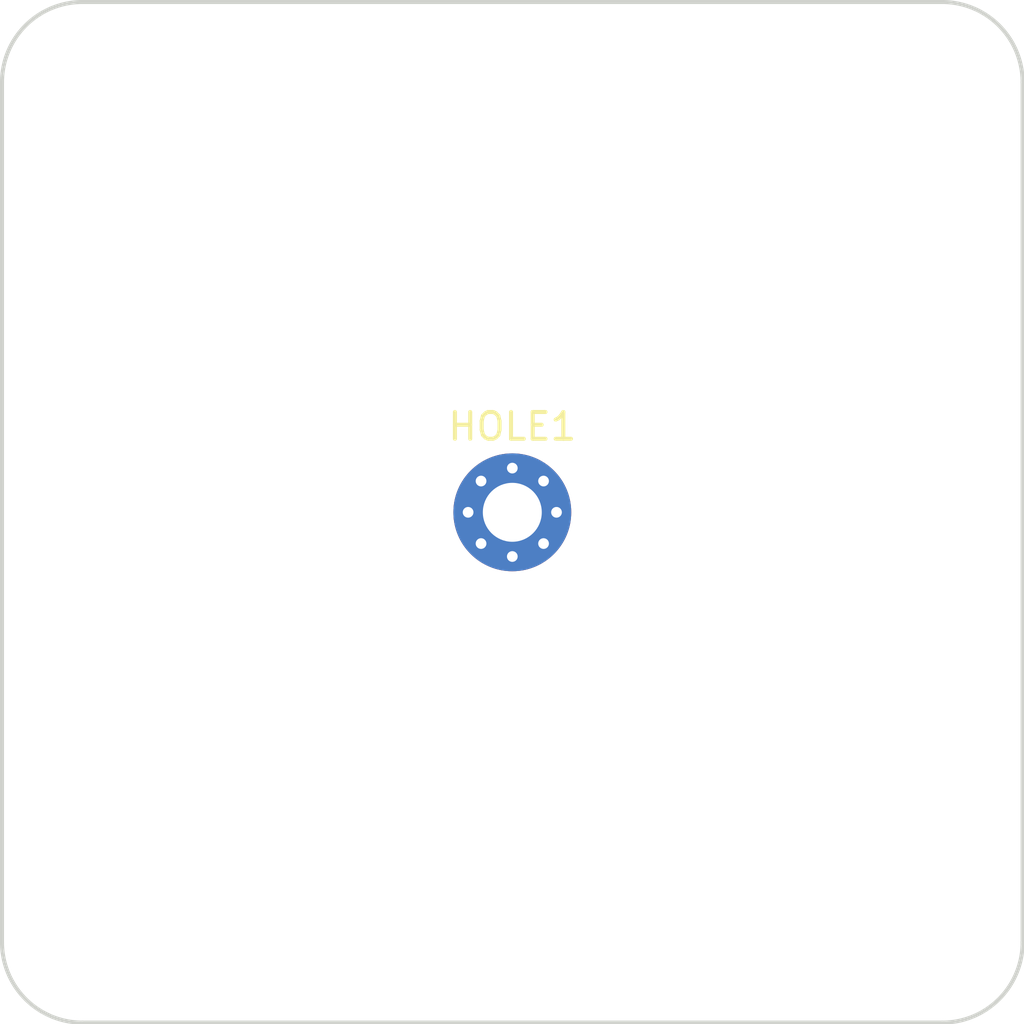
<source format=kicad_pcb>

            
(kicad_pcb (version 20171130) (host pcbnew 5.1.6)

  (page A3)
  (title_block
    (title mountinghole)
    (rev 2024.03.25)
    (company "Travis Hardiman")
  )

  (general
    (thickness 1.6)
  )

  (layers
    (0 F.Cu signal)
    (31 B.Cu signal)
    (32 B.Adhes user)
    (33 F.Adhes user)
    (34 B.Paste user)
    (35 F.Paste user)
    (36 B.SilkS user)
    (37 F.SilkS user)
    (38 B.Mask user)
    (39 F.Mask user)
    (40 Dwgs.User user)
    (41 Cmts.User user)
    (42 Eco1.User user)
    (43 Eco2.User user)
    (44 Edge.Cuts user)
    (45 Margin user)
    (46 B.CrtYd user)
    (47 F.CrtYd user)
    (48 B.Fab user)
    (49 F.Fab user)
  )

  (setup
    (last_trace_width 0.25)
    (trace_clearance 0.2)
    (zone_clearance 0.508)
    (zone_45_only no)
    (trace_min 0.2)
    (via_size 0.8)
    (via_drill 0.4)
    (via_min_size 0.4)
    (via_min_drill 0.3)
    (uvia_size 0.3)
    (uvia_drill 0.1)
    (uvias_allowed no)
    (uvia_min_size 0.2)
    (uvia_min_drill 0.1)
    (edge_width 0.05)
    (segment_width 0.2)
    (pcb_text_width 0.3)
    (pcb_text_size 1.5 1.5)
    (mod_edge_width 0.12)
    (mod_text_size 1 1)
    (mod_text_width 0.15)
    (pad_size 1.524 1.524)
    (pad_drill 0.762)
    (pad_to_mask_clearance 0.05)
    (aux_axis_origin 0 0)
    (visible_elements FFFFFF7F)
    (pcbplotparams
      (layerselection 0x010fc_ffffffff)
      (usegerberextensions false)
      (usegerberattributes true)
      (usegerberadvancedattributes true)
      (creategerberjobfile true)
      (excludeedgelayer true)
      (linewidth 0.100000)
      (plotframeref false)
      (viasonmask false)
      (mode 1)
      (useauxorigin false)
      (hpglpennumber 1)
      (hpglpenspeed 20)
      (hpglpendiameter 15.000000)
      (psnegative false)
      (psa4output false)
      (plotreference true)
      (plotvalue true)
      (plotinvisibletext false)
      (padsonsilk false)
      (subtractmaskfromsilk false)
      (outputformat 1)
      (mirror false)
      (drillshape 1)
      (scaleselection 1)
      (outputdirectory ""))
  )

            (net 0 "")
            
  (net_class Default "This is the default net class."
    (clearance 0.2)
    (trace_width 0.25)
    (via_dia 0.8)
    (via_drill 0.4)
    (uvia_dia 0.3)
    (uvia_drill 0.1)
    (add_net "")
  )

            
    (module "travis:MountingHole_2.2mm_M2_Pad_Via" (layer "F.Cu")
      (at 0 0 0) 
    
      (fp_text reference "HOLE1" (at 0 -3.2) (layer "F.SilkS")  
        (effects (font (size 1 1) (thickness 0.15)))
      )
    
      (fp_circle (center 0 0) (end 2.45 0) (layer "F.CrtYd") (width 0.05) (fill none))
      (pad "1" thru_hole circle locked (at 1.166726 1.166726) (size 0.7 0.7) (drill 0.4) (layers *.Cu *.Mask))
      (pad "1" thru_hole circle locked (at 0 0) (size 4.4 4.4) (drill 2.2) (layers *.Cu *.Mask))
      (pad "1" thru_hole circle locked (at 0 1.65) (size 0.7 0.7) (drill 0.4) (layers *.Cu *.Mask))
      (pad "1" thru_hole circle locked (at 1.166726 -1.166726) (size 0.7 0.7) (drill 0.4) (layers *.Cu *.Mask))
      (pad "1" thru_hole circle locked (at -1.65 0) (size 0.7 0.7) (drill 0.4) (layers *.Cu *.Mask))
      (pad "1" thru_hole circle locked (at -1.166726 -1.166726) (size 0.7 0.7) (drill 0.4) (layers *.Cu *.Mask))
      (pad "1" thru_hole circle locked (at -1.166726 1.166726) (size 0.7 0.7) (drill 0.4) (layers *.Cu *.Mask))
      (pad "1" thru_hole circle locked (at 1.65 0) (size 0.7 0.7) (drill 0.4) (layers *.Cu *.Mask))
      (pad "1" thru_hole circle locked (at 0 -1.65) (size 0.7 0.7) (drill 0.4) (layers *.Cu *.Mask))
    )
            (gr_line (start -19.05 16.05) (end -19.05 -16.05) (angle 90) (layer Edge.Cuts) (width 0.15))
(gr_line (start -16.05 -19.05) (end 16.05 -19.05) (angle 90) (layer Edge.Cuts) (width 0.15))
(gr_line (start 19.05 -16.05) (end 19.05 16.05) (angle 90) (layer Edge.Cuts) (width 0.15))
(gr_line (start 16.05 19.05) (end -16.05 19.05) (angle 90) (layer Edge.Cuts) (width 0.15))
(gr_arc (start -16.05 -16.05) (end -16.05 -19.05) (angle -90) (layer Edge.Cuts) (width 0.15))
(gr_arc (start 16.05 -16.05) (end 19.05 -16.05) (angle -90) (layer Edge.Cuts) (width 0.15))
(gr_arc (start 16.05 16.05) (end 16.05 19.05) (angle -90) (layer Edge.Cuts) (width 0.15))
(gr_arc (start -16.05 16.05) (end -19.05 16.05) (angle -90) (layer Edge.Cuts) (width 0.15))
            
)

        
</source>
